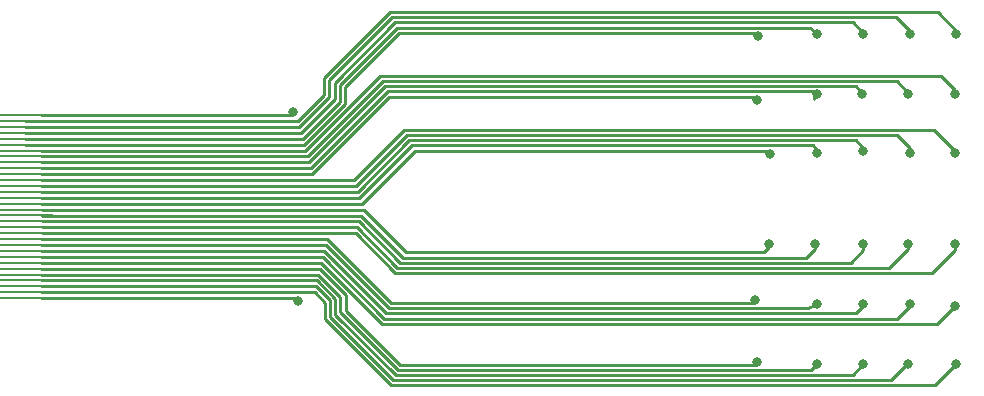
<source format=gbr>
%TF.GenerationSoftware,KiCad,Pcbnew,7.0.8*%
%TF.CreationDate,2023-11-07T16:54:38-08:00*%
%TF.ProjectId,trill-flex-slider,7472696c-6c2d-4666-9c65-782d736c6964,C1*%
%TF.SameCoordinates,Original*%
%TF.FileFunction,Copper,L1,Top*%
%TF.FilePolarity,Positive*%
%FSLAX46Y46*%
G04 Gerber Fmt 4.6, Leading zero omitted, Abs format (unit mm)*
G04 Created by KiCad (PCBNEW 7.0.8) date 2023-11-07 16:54:38*
%MOMM*%
%LPD*%
G01*
G04 APERTURE LIST*
G04 Aperture macros list*
%AMFreePoly0*
4,1,5,0.125000,-1.000000,-0.125000,-1.000000,-0.125000,9.000000,0.125000,9.000000,0.125000,-1.000000,0.125000,-1.000000,$1*%
G04 Aperture macros list end*
%TA.AperFunction,SMDPad,CuDef*%
%ADD10FreePoly0,90.000000*%
%TD*%
%TA.AperFunction,ViaPad*%
%ADD11C,0.800000*%
%TD*%
%TA.AperFunction,Conductor*%
%ADD12C,0.250000*%
%TD*%
G04 APERTURE END LIST*
D10*
%TO.P,C1,1,GND*%
%TO.N,Net-(C1-Pad1)*%
X80316600Y-113182000D03*
%TO.P,C1,2,Sense1*%
%TO.N,Net-(C1-Pad2)*%
X80316600Y-112682000D03*
%TO.P,C1,3,Sense2*%
%TO.N,Net-(C1-Pad3)*%
X80316600Y-112182000D03*
%TO.P,C1,4,Sense3*%
%TO.N,Net-(C1-Pad4)*%
X80316600Y-111682000D03*
%TO.P,C1,5,Sense4*%
%TO.N,Net-(C1-Pad5)*%
X80316600Y-111182000D03*
%TO.P,C1,6,Sense5*%
%TO.N,Net-(C1-Pad6)*%
X80316600Y-110682000D03*
%TO.P,C1,7,Sense6*%
%TO.N,Net-(C1-Pad7)*%
X80316600Y-110182000D03*
%TO.P,C1,8,Sense7*%
%TO.N,Net-(C1-Pad8)*%
X80316600Y-109682000D03*
%TO.P,C1,9,Sense8*%
%TO.N,Net-(C1-Pad9)*%
X80316600Y-109182000D03*
%TO.P,C1,10,Sense9*%
%TO.N,Net-(C1-Pad10)*%
X80316600Y-108682000D03*
%TO.P,C1,11,Sense10*%
%TO.N,Net-(C1-Pad11)*%
X80316600Y-108182000D03*
%TO.P,C1,12,Sense11*%
%TO.N,Net-(C1-Pad12)*%
X80316600Y-107682000D03*
%TO.P,C1,13,Sense12*%
%TO.N,Net-(C1-Pad13)*%
X80316600Y-107182000D03*
%TO.P,C1,14,Sense13*%
%TO.N,Net-(C1-Pad14)*%
X80316600Y-106682000D03*
%TO.P,C1,15,Sense14*%
%TO.N,Net-(C1-Pad15)*%
X80316600Y-106182000D03*
%TO.P,C1,16,Sense15*%
%TO.N,Net-(C1-Pad16)*%
X80316600Y-105682000D03*
%TO.P,C1,17,Sense16*%
%TO.N,Net-(C1-Pad17)*%
X80316600Y-105182000D03*
%TO.P,C1,18,Sense17*%
%TO.N,Net-(C1-Pad18)*%
X80316600Y-104682000D03*
%TO.P,C1,19,Sense18*%
%TO.N,Net-(C1-Pad19)*%
X80316600Y-104182000D03*
%TO.P,C1,20,Sense19*%
%TO.N,Net-(C1-Pad20)*%
X80316600Y-103682000D03*
%TO.P,C1,21,Sense20*%
%TO.N,Net-(C1-Pad21)*%
X80316600Y-103182000D03*
%TO.P,C1,22,Sense21*%
%TO.N,Net-(C1-Pad22)*%
X80316600Y-102682000D03*
%TO.P,C1,23,Sense22*%
%TO.N,Net-(C1-Pad23)*%
X80316600Y-102182000D03*
%TO.P,C1,24,Sense23*%
%TO.N,Net-(C1-Pad24)*%
X80316600Y-101682000D03*
%TO.P,C1,25,Sense24*%
%TO.N,Net-(C1-Pad25)*%
X80316600Y-101182000D03*
%TO.P,C1,26,Sense25*%
%TO.N,Net-(C1-Pad26)*%
X80316600Y-100682000D03*
%TO.P,C1,27,Sense26*%
%TO.N,Net-(C1-Pad27)*%
X80316600Y-100182000D03*
%TO.P,C1,28,Sense27*%
%TO.N,Net-(C1-Pad28)*%
X80316600Y-99682000D03*
%TO.P,C1,29,Sense28*%
%TO.N,Net-(C1-Pad29)*%
X80316600Y-99182000D03*
%TO.P,C1,30,Sense29*%
%TO.N,Net-(C1-Pad30)*%
X80316600Y-98682000D03*
%TO.P,C1,31,Sense30*%
%TO.N,Net-(C1-Pad31)*%
X80316600Y-98182000D03*
%TO.P,C1,32,GND*%
%TO.N,Net-(C1-Pad1)*%
X80316600Y-97682000D03*
%TD*%
D11*
%TO.N,Net-(C1-Pad1)*%
X102093800Y-113384300D03*
X101712800Y-97426000D03*
%TO.N,Net-(C1-Pad21)*%
X157719800Y-100855000D03*
%TO.N,Net-(C1-Pad20)*%
X153909800Y-100855000D03*
%TO.N,Net-(C1-Pad19)*%
X149972800Y-100728000D03*
%TO.N,Net-(C1-Pad18)*%
X146035800Y-100855000D03*
%TO.N,Net-(C1-Pad17)*%
X142098800Y-100935700D03*
%TO.N,Net-(C1-Pad16)*%
X141971800Y-108602000D03*
%TO.N,Net-(C1-Pad15)*%
X145908800Y-108602000D03*
%TO.N,Net-(C1-Pad14)*%
X149972800Y-108602000D03*
%TO.N,Net-(C1-Pad13)*%
X153782800Y-108602000D03*
%TO.N,Net-(C1-Pad12)*%
X157719800Y-108602000D03*
%TO.N,Net-(C1-Pad22)*%
X140955800Y-96410000D03*
%TO.N,Net-(C1-Pad23)*%
X146035800Y-95935900D03*
%TO.N,Net-(C1-Pad24)*%
X149845800Y-95902000D03*
%TO.N,Net-(C1-Pad25)*%
X153782800Y-95902000D03*
%TO.N,Net-(C1-Pad26)*%
X157719800Y-95902000D03*
%TO.N,Net-(C1-Pad31)*%
X157846800Y-90822000D03*
%TO.N,Net-(C1-Pad30)*%
X153909800Y-90822000D03*
%TO.N,Net-(C1-Pad29)*%
X149972800Y-90822000D03*
%TO.N,Net-(C1-Pad28)*%
X146035800Y-90822000D03*
%TO.N,Net-(C1-Pad27)*%
X141082800Y-90969500D03*
%TO.N,Net-(C1-Pad11)*%
X140828800Y-113301000D03*
%TO.N,Net-(C1-Pad6)*%
X140955800Y-118554300D03*
%TO.N,Net-(C1-Pad5)*%
X146035800Y-118762000D03*
%TO.N,Net-(C1-Pad4)*%
X149972800Y-118762000D03*
%TO.N,Net-(C1-Pad3)*%
X153782800Y-118762000D03*
%TO.N,Net-(C1-Pad2)*%
X157846800Y-118762000D03*
%TO.N,Net-(C1-Pad7)*%
X157719800Y-113809000D03*
%TO.N,Net-(C1-Pad8)*%
X153909800Y-113682000D03*
%TO.N,Net-(C1-Pad9)*%
X149972800Y-113682000D03*
%TO.N,Net-(C1-Pad10)*%
X146035800Y-113682000D03*
%TD*%
D12*
%TO.N,Net-(C1-Pad17)*%
X141891100Y-100728000D02*
X111999800Y-100728000D01*
X142052500Y-100982000D02*
X141971800Y-100982000D01*
X142098800Y-100935700D02*
X141891100Y-100728000D01*
X142098800Y-100935700D02*
X142052500Y-100982000D01*
X111999800Y-100728000D02*
X107545800Y-105182000D01*
X107545800Y-105182000D02*
X80316600Y-105182000D01*
%TO.N,Net-(C1-Pad23)*%
X146035800Y-95935900D02*
X145761300Y-95661400D01*
X145761300Y-95661400D02*
X109713800Y-95661400D01*
X109713800Y-95661400D02*
X103193200Y-102182000D01*
X103193200Y-102182000D02*
X80316600Y-102182000D01*
X146035800Y-95935900D02*
X145781800Y-96189900D01*
X145781800Y-96189900D02*
X145781800Y-96283000D01*
%TO.N,Net-(C1-Pad1)*%
X80316600Y-113182000D02*
X101891500Y-113182000D01*
X101891500Y-113182000D02*
X102093800Y-113384300D01*
X80316600Y-97682000D02*
X101456800Y-97682000D01*
X101456800Y-97682000D02*
X101712800Y-97426000D01*
X101712800Y-97426000D02*
X101636600Y-97682000D01*
%TO.N,Net-(C1-Pad12)*%
X80430200Y-107685400D02*
X106992400Y-107685400D01*
X106992400Y-107685400D02*
X110335400Y-111028400D01*
X157719800Y-109110000D02*
X157719800Y-108602000D01*
X110335400Y-111028400D02*
X155801400Y-111028400D01*
X155801400Y-111028400D02*
X157719800Y-109110000D01*
%TO.N,Net-(C1-Pad13)*%
X80430200Y-107185400D02*
X107097400Y-107185400D01*
X107097400Y-107185400D02*
X110512600Y-110600600D01*
X153782800Y-108983000D02*
X153782800Y-108602000D01*
X110512600Y-110600600D02*
X152165200Y-110600600D01*
X152165200Y-110600600D02*
X153782800Y-108983000D01*
%TO.N,Net-(C1-Pad14)*%
X80430200Y-106685400D02*
X107262400Y-106685400D01*
X107262400Y-106685400D02*
X110749800Y-110172800D01*
X110749800Y-110172800D02*
X148910000Y-110172800D01*
X148910000Y-110172800D02*
X149972800Y-109110000D01*
X149972800Y-109110000D02*
X149972800Y-108602000D01*
%TO.N,Net-(C1-Pad15)*%
X80430200Y-106185400D02*
X107410800Y-106185400D01*
X110970400Y-109745000D02*
X145146800Y-109745000D01*
X107410800Y-106185400D02*
X110970400Y-109745000D01*
X145146800Y-109745000D02*
X145908800Y-108983000D01*
X145908800Y-108983000D02*
X145908800Y-108602000D01*
%TO.N,Net-(C1-Pad16)*%
X80430200Y-105685400D02*
X107659400Y-105685400D01*
X107659400Y-105685400D02*
X111211000Y-109237000D01*
X141971800Y-108856000D02*
X141971800Y-108602000D01*
X111211000Y-109237000D02*
X141590800Y-109237000D01*
X141590800Y-109237000D02*
X141971800Y-108856000D01*
%TO.N,Net-(C1-Pad18)*%
X80316600Y-104682000D02*
X107297200Y-104682000D01*
X107297200Y-104682000D02*
X111745800Y-100233400D01*
X111745800Y-100233400D02*
X145668200Y-100233400D01*
X145668200Y-100233400D02*
X146035800Y-100601000D01*
X146035800Y-100601000D02*
X146035800Y-100855000D01*
%TO.N,Net-(C1-Pad19)*%
X80316600Y-104182000D02*
X107148800Y-104182000D01*
X107148800Y-104182000D02*
X111525200Y-99805600D01*
X111525200Y-99805600D02*
X149304400Y-99805600D01*
X149304400Y-99805600D02*
X149972800Y-100474000D01*
X149972800Y-100474000D02*
X149972800Y-100728000D01*
%TO.N,Net-(C1-Pad20)*%
X80316600Y-103682000D02*
X106983800Y-103682000D01*
X106983800Y-103682000D02*
X111288000Y-99377800D01*
X111288000Y-99377800D02*
X152813600Y-99377800D01*
X152813600Y-99377800D02*
X153909800Y-100474000D01*
X153909800Y-100474000D02*
X153909800Y-100855000D01*
%TO.N,Net-(C1-Pad21)*%
X80316600Y-103182000D02*
X106878800Y-103182000D01*
X155941800Y-98950000D02*
X157719800Y-100728000D01*
X157719800Y-100728000D02*
X157719800Y-100855000D01*
X106878800Y-103182000D02*
X111110800Y-98950000D01*
X111110800Y-98950000D02*
X155941800Y-98950000D01*
X157719800Y-100982000D02*
X157719800Y-100982000D01*
X157719800Y-100855000D02*
X157719800Y-100982000D01*
%TO.N,Net-(C1-Pad19)*%
X149972800Y-100855000D02*
X149909300Y-100791500D01*
X149972800Y-100728000D02*
X149972800Y-100855000D01*
%TO.N,Net-(C1-Pad16)*%
X141971800Y-108475000D02*
X141971800Y-108475000D01*
X141971800Y-108602000D02*
X141971800Y-108475000D01*
%TO.N,Net-(C1-Pad14)*%
X149972800Y-108521800D02*
X149972800Y-108521800D01*
X149972800Y-108602000D02*
X149972800Y-108521800D01*
%TO.N,Net-(C1-Pad13)*%
X153782800Y-108475000D02*
X153782800Y-108475000D01*
X153782800Y-108602000D02*
X153782800Y-108475000D01*
%TO.N,Net-(C1-Pad12)*%
X157719800Y-108475000D02*
X157719800Y-108475000D01*
X157719800Y-108602000D02*
X157719800Y-108475000D01*
%TO.N,Net-(C1-Pad14)*%
X149972800Y-108521800D02*
X149972800Y-108475000D01*
%TO.N,Net-(C1-Pad26)*%
X80316600Y-100682000D02*
X102701002Y-100682000D01*
X156576800Y-94378000D02*
X157719800Y-95521000D01*
X102701002Y-100682000D02*
X109005002Y-94378000D01*
X109005002Y-94378000D02*
X156576800Y-94378000D01*
X157719800Y-95521000D02*
X157719800Y-95902000D01*
%TO.N,Net-(C1-Pad25)*%
X80316600Y-101182000D02*
X102909800Y-101182000D01*
X102909800Y-101182000D02*
X109286000Y-94805800D01*
X152813600Y-94805800D02*
X153782800Y-95775000D01*
X153782800Y-95775000D02*
X153782800Y-95902000D01*
X109286000Y-94805800D02*
X152813600Y-94805800D01*
%TO.N,Net-(C1-Pad24)*%
X80316600Y-101682000D02*
X103014800Y-101682000D01*
X103014800Y-101682000D02*
X109463200Y-95233600D01*
X109463200Y-95233600D02*
X149304400Y-95233600D01*
X149304400Y-95233600D02*
X149845800Y-95775000D01*
X149845800Y-95775000D02*
X149845800Y-95902000D01*
%TO.N,Net-(C1-Pad22)*%
X140701800Y-96156000D02*
X140955800Y-96410000D01*
%TO.N,Net-(C1-Pad23)*%
X145781800Y-96283000D02*
X145781800Y-96283000D01*
%TO.N,Net-(C1-Pad24)*%
X149845800Y-95902000D02*
X149718800Y-96029000D01*
%TO.N,Net-(C1-Pad25)*%
X153782800Y-95902000D02*
X153655800Y-96156000D01*
%TO.N,Net-(C1-Pad26)*%
X157719800Y-95902000D02*
X157592800Y-96029000D01*
%TO.N,Net-(C1-Pad28)*%
X78979800Y-99688000D02*
X102485003Y-99688000D01*
X105636400Y-95130000D02*
X110499200Y-90267200D01*
X102485003Y-99688000D02*
X105636400Y-96536603D01*
X110499200Y-90267200D02*
X145481000Y-90267200D01*
X105636400Y-96536603D02*
X105636400Y-95130000D01*
X145481000Y-90267200D02*
X146035800Y-90822000D01*
%TO.N,Net-(C1-Pad27)*%
X106064200Y-96713802D02*
X102590002Y-100188000D01*
X141082800Y-90969500D02*
X140808300Y-90695000D01*
X106064200Y-95307200D02*
X106064200Y-96713802D01*
X140808300Y-90695000D02*
X110676400Y-90695000D01*
X110676400Y-90695000D02*
X106064200Y-95307200D01*
X102590002Y-100188000D02*
X78979800Y-100188000D01*
%TO.N,Net-(C1-Pad29)*%
X149972800Y-90822000D02*
X149972800Y-90695000D01*
X149972800Y-90695000D02*
X149117200Y-89839400D01*
X149117200Y-89839400D02*
X110322000Y-89839400D01*
X102380001Y-99188000D02*
X78979800Y-99188000D01*
X110322000Y-89839400D02*
X105208600Y-94952800D01*
X105208600Y-94952800D02*
X105208600Y-96359401D01*
X105208600Y-96359401D02*
X102380001Y-99188000D01*
%TO.N,Net-(C1-Pad31)*%
X157846800Y-90822000D02*
X157846800Y-90568000D01*
X102100400Y-98188000D02*
X78979800Y-98188000D01*
X104319600Y-94571800D02*
X104319600Y-95968800D01*
X109907600Y-88983800D02*
X104319600Y-94571800D01*
X156262600Y-88983800D02*
X109907600Y-88983800D01*
X157846800Y-90568000D02*
X156262600Y-88983800D01*
X104319600Y-95968800D02*
X102100400Y-98188000D01*
%TO.N,Net-(C1-Pad30)*%
X153909800Y-90822000D02*
X153909800Y-90568000D01*
X153909800Y-90568000D02*
X152753400Y-89411600D01*
X152753400Y-89411600D02*
X110084800Y-89411600D01*
X110084800Y-89411600D02*
X104747400Y-94749000D01*
X104747400Y-94749000D02*
X104747400Y-96146001D01*
X104747400Y-96146001D02*
X102205401Y-98688000D01*
X102205401Y-98688000D02*
X78979800Y-98688000D01*
%TO.N,Net-(C1-Pad31)*%
X157846800Y-91076000D02*
X157846800Y-90822000D01*
%TO.N,Net-(C1-Pad30)*%
X153909800Y-91076000D02*
X153909800Y-90822000D01*
%TO.N,Net-(C1-Pad29)*%
X149972800Y-91076000D02*
X149972800Y-90822000D01*
%TO.N,Net-(C1-Pad28)*%
X146035800Y-91089400D02*
X145975600Y-91029200D01*
X146035800Y-90822000D02*
X146035800Y-91089400D01*
%TO.N,Net-(C1-Pad9)*%
X80316600Y-109182000D02*
X104294800Y-109182000D01*
X104294800Y-109182000D02*
X109590200Y-114477400D01*
X109590200Y-114477400D02*
X149304400Y-114477400D01*
X149304400Y-114477400D02*
X149972800Y-113809000D01*
X149972800Y-113809000D02*
X149972800Y-113682000D01*
%TO.N,Net-(C1-Pad8)*%
X80316600Y-109682000D02*
X104189800Y-109682000D01*
X104189800Y-109682000D02*
X109413000Y-114905200D01*
X109413000Y-114905200D02*
X152856981Y-114905200D01*
X152856981Y-114905200D02*
X153909800Y-113852381D01*
X153909800Y-113852381D02*
X153909800Y-113682000D01*
%TO.N,Net-(C1-Pad7)*%
X80316600Y-110182000D02*
X104031802Y-110182000D01*
X104031802Y-110182000D02*
X109182802Y-115333000D01*
X109182802Y-115333000D02*
X156195800Y-115333000D01*
X156195800Y-115333000D02*
X157719800Y-113809000D01*
%TO.N,Net-(C1-Pad2)*%
X104379800Y-113555000D02*
X104379800Y-114952000D01*
X104379800Y-114952000D02*
X109967800Y-120540000D01*
X80316600Y-112682000D02*
X103506800Y-112682000D01*
X109967800Y-120540000D02*
X156068800Y-120540000D01*
X103506800Y-112682000D02*
X104379800Y-113555000D01*
X156068800Y-120540000D02*
X157846800Y-118762000D01*
%TO.N,Net-(C1-Pad4)*%
X80316600Y-111682000D02*
X103716801Y-111682000D01*
X105268800Y-114571000D02*
X110382200Y-119684400D01*
X105268800Y-113233998D02*
X105268800Y-114571000D01*
X110382200Y-119684400D02*
X149050400Y-119684400D01*
X103716801Y-111682000D02*
X105268800Y-113233998D01*
X149050400Y-119684400D02*
X149972800Y-118762000D01*
%TO.N,Net-(C1-Pad5)*%
X146035800Y-118762000D02*
X145541200Y-119256600D01*
X145541200Y-119256600D02*
X110559400Y-119256600D01*
X105696600Y-114393800D02*
X105696600Y-113056797D01*
X110559400Y-119256600D02*
X105696600Y-114393800D01*
X105696600Y-113056797D02*
X103821803Y-111182000D01*
X103821803Y-111182000D02*
X80316600Y-111182000D01*
%TO.N,Net-(C1-Pad6)*%
X110736600Y-118828800D02*
X106157800Y-114250000D01*
X106157800Y-114250000D02*
X106157800Y-112912998D01*
X140955800Y-118554300D02*
X140681300Y-118828800D01*
X140681300Y-118828800D02*
X110736600Y-118828800D01*
X103926802Y-110682000D02*
X80316600Y-110682000D01*
X106157800Y-112912998D02*
X103926802Y-110682000D01*
%TO.N,Net-(C1-Pad11)*%
X140828800Y-113301000D02*
X140574800Y-113555000D01*
X109967800Y-113555000D02*
X104594800Y-108182000D01*
X140574800Y-113555000D02*
X109967800Y-113555000D01*
X104594800Y-108182000D02*
X80316600Y-108182000D01*
%TO.N,Net-(C1-Pad5)*%
X146035800Y-118494600D02*
X146035800Y-118762000D01*
%TO.N,Net-(C1-Pad4)*%
X149972800Y-118508000D02*
X149972800Y-118508000D01*
X149972800Y-118762000D02*
X149972800Y-118508000D01*
%TO.N,Net-(C1-Pad3)*%
X153782800Y-118635000D02*
X153909800Y-118508000D01*
X153782800Y-118762000D02*
X153782800Y-118635000D01*
X153655800Y-118762000D02*
X153782800Y-118762000D01*
%TO.N,Net-(C1-Pad2)*%
X157846800Y-118508000D02*
X157846800Y-118508000D01*
X157846800Y-118762000D02*
X157846800Y-118508000D01*
%TO.N,Net-(C1-Pad7)*%
X157719800Y-113682000D02*
X157719800Y-113682000D01*
X157719800Y-113809000D02*
X157719800Y-113682000D01*
%TO.N,Net-(C1-Pad8)*%
X153909800Y-113682000D02*
X153782800Y-113555000D01*
%TO.N,Net-(C1-Pad9)*%
X149972800Y-113682000D02*
X149845800Y-113682000D01*
%TO.N,Net-(C1-Pad10)*%
X146035800Y-113682000D02*
X145908800Y-113428000D01*
%TO.N,Net-(C1-Pad22)*%
X80316600Y-102682000D02*
X103314800Y-102682000D01*
X109840800Y-96156000D02*
X140701800Y-96156000D01*
X103314800Y-102682000D02*
X109840800Y-96156000D01*
%TO.N,Net-(C1-Pad31)*%
X157786600Y-91015800D02*
X157846800Y-91076000D01*
%TO.N,Net-(C1-Pad30)*%
X153849600Y-91015800D02*
X153909800Y-91076000D01*
%TO.N,Net-(C1-Pad29)*%
X149912600Y-91015800D02*
X149972800Y-91076000D01*
%TO.N,Net-(C1-Pad5)*%
X146035800Y-118494600D02*
X146035800Y-118494600D01*
%TO.N,Net-(C1-Pad3)*%
X80316600Y-112182000D02*
X103611800Y-112182000D01*
X103611800Y-112182000D02*
X104807600Y-113377799D01*
X104807600Y-113377799D02*
X104807600Y-114774800D01*
X104807600Y-114774800D02*
X110145000Y-120112200D01*
X110145000Y-120112200D02*
X152305600Y-120112200D01*
X152305600Y-120112200D02*
X153655800Y-118762000D01*
%TO.N,Net-(C1-Pad10)*%
X145287200Y-114049600D02*
X146035800Y-113682000D01*
X145146800Y-114049600D02*
X145287200Y-114049600D01*
X104473200Y-108682000D02*
X109840800Y-114049600D01*
X80316600Y-108682000D02*
X104473200Y-108682000D01*
X109840800Y-114049600D02*
X145146800Y-114049600D01*
%TD*%
M02*

</source>
